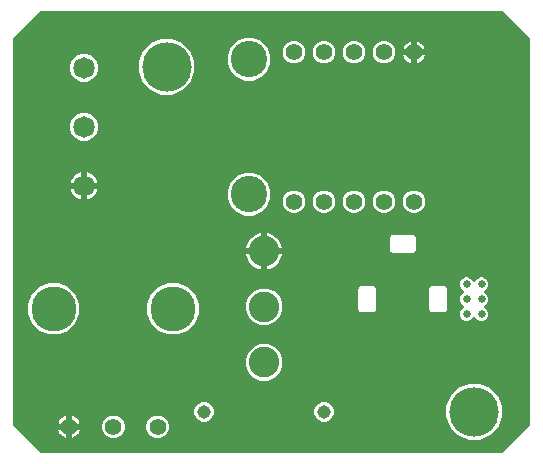
<source format=gbr>
G04 EAGLE Gerber RS-274X export*
G75*
%MOMM*%
%FSLAX34Y34*%
%LPD*%
%INCopper Layer 15*%
%IPPOS*%
%AMOC8*
5,1,8,0,0,1.08239X$1,22.5*%
G01*
%ADD10C,1.400000*%
%ADD11C,3.080000*%
%ADD12C,3.816000*%
%ADD13C,2.590000*%
%ADD14C,1.820000*%
%ADD15C,4.191000*%
%ADD16C,1.137919*%
%ADD17C,0.654800*%

G36*
X417304Y3315D02*
X417304Y3315D01*
X417403Y3318D01*
X417462Y3335D01*
X417522Y3343D01*
X417614Y3379D01*
X417709Y3407D01*
X417761Y3437D01*
X417817Y3460D01*
X417897Y3518D01*
X417983Y3568D01*
X418058Y3634D01*
X418075Y3646D01*
X418083Y3656D01*
X418104Y3674D01*
X440826Y26396D01*
X440886Y26475D01*
X440954Y26547D01*
X440983Y26600D01*
X441020Y26648D01*
X441060Y26739D01*
X441108Y26825D01*
X441123Y26884D01*
X441147Y26939D01*
X441162Y27037D01*
X441187Y27133D01*
X441193Y27233D01*
X441197Y27254D01*
X441195Y27266D01*
X441197Y27294D01*
X441197Y353706D01*
X441185Y353804D01*
X441182Y353903D01*
X441165Y353962D01*
X441157Y354022D01*
X441121Y354114D01*
X441093Y354209D01*
X441063Y354261D01*
X441040Y354317D01*
X440982Y354397D01*
X440932Y354483D01*
X440866Y354558D01*
X440854Y354575D01*
X440844Y354583D01*
X440826Y354604D01*
X418104Y377326D01*
X418025Y377386D01*
X417953Y377454D01*
X417900Y377483D01*
X417852Y377520D01*
X417761Y377560D01*
X417675Y377608D01*
X417616Y377623D01*
X417561Y377647D01*
X417463Y377662D01*
X417367Y377687D01*
X417267Y377693D01*
X417246Y377697D01*
X417234Y377695D01*
X417206Y377697D01*
X27294Y377697D01*
X27196Y377685D01*
X27097Y377682D01*
X27038Y377665D01*
X26978Y377657D01*
X26886Y377621D01*
X26791Y377593D01*
X26739Y377563D01*
X26683Y377540D01*
X26603Y377482D01*
X26517Y377432D01*
X26442Y377366D01*
X26425Y377354D01*
X26417Y377344D01*
X26396Y377326D01*
X3674Y354604D01*
X3614Y354525D01*
X3546Y354453D01*
X3517Y354400D01*
X3480Y354352D01*
X3440Y354261D01*
X3392Y354175D01*
X3377Y354116D01*
X3353Y354061D01*
X3338Y353963D01*
X3313Y353867D01*
X3307Y353767D01*
X3303Y353746D01*
X3305Y353734D01*
X3303Y353706D01*
X3303Y27294D01*
X3315Y27196D01*
X3318Y27097D01*
X3335Y27038D01*
X3343Y26978D01*
X3379Y26886D01*
X3407Y26791D01*
X3437Y26739D01*
X3460Y26683D01*
X3518Y26603D01*
X3568Y26517D01*
X3634Y26442D01*
X3646Y26425D01*
X3656Y26417D01*
X3674Y26396D01*
X26396Y3674D01*
X26475Y3614D01*
X26547Y3546D01*
X26600Y3517D01*
X26648Y3480D01*
X26739Y3440D01*
X26825Y3392D01*
X26884Y3377D01*
X26939Y3353D01*
X27037Y3338D01*
X27133Y3313D01*
X27233Y3307D01*
X27254Y3303D01*
X27266Y3305D01*
X27294Y3303D01*
X417206Y3303D01*
X417304Y3315D01*
G37*
%LPC*%
G36*
X128676Y306704D02*
X128676Y306704D01*
X120041Y310281D01*
X113431Y316891D01*
X109854Y325526D01*
X109854Y334874D01*
X113431Y343509D01*
X120041Y350119D01*
X128676Y353696D01*
X138024Y353696D01*
X146659Y350119D01*
X153269Y343509D01*
X156846Y334874D01*
X156846Y325526D01*
X153269Y316891D01*
X146659Y310281D01*
X138024Y306704D01*
X128676Y306704D01*
G37*
%LPD*%
%LPC*%
G36*
X389026Y14604D02*
X389026Y14604D01*
X380391Y18181D01*
X373781Y24791D01*
X370204Y33426D01*
X370204Y42774D01*
X373781Y51409D01*
X380391Y58019D01*
X389026Y61596D01*
X398374Y61596D01*
X407009Y58019D01*
X413619Y51409D01*
X417196Y42774D01*
X417196Y33426D01*
X413619Y24791D01*
X407009Y18181D01*
X398374Y14604D01*
X389026Y14604D01*
G37*
%LPD*%
%LPC*%
G36*
X134510Y103601D02*
X134510Y103601D01*
X126564Y106893D01*
X120482Y112975D01*
X117190Y120921D01*
X117190Y129523D01*
X120482Y137469D01*
X126564Y143551D01*
X134510Y146843D01*
X143112Y146843D01*
X151058Y143551D01*
X157140Y137469D01*
X160432Y129523D01*
X160432Y120921D01*
X157140Y112975D01*
X151058Y106893D01*
X143112Y103601D01*
X134510Y103601D01*
G37*
%LPD*%
%LPC*%
G36*
X33418Y103601D02*
X33418Y103601D01*
X25472Y106893D01*
X19390Y112975D01*
X16098Y120921D01*
X16098Y129523D01*
X19390Y137469D01*
X25472Y143551D01*
X33418Y146843D01*
X42020Y146843D01*
X49966Y143551D01*
X56048Y137469D01*
X59340Y129523D01*
X59340Y120921D01*
X56048Y112975D01*
X49966Y106893D01*
X42020Y103601D01*
X33418Y103601D01*
G37*
%LPD*%
%LPC*%
G36*
X199631Y318609D02*
X199631Y318609D01*
X193037Y321341D01*
X187991Y326387D01*
X185259Y332981D01*
X185259Y340119D01*
X187991Y346713D01*
X193037Y351759D01*
X199631Y354491D01*
X206769Y354491D01*
X213363Y351759D01*
X218409Y346713D01*
X221141Y340119D01*
X221141Y332981D01*
X218409Y326387D01*
X213363Y321341D01*
X206769Y318609D01*
X199631Y318609D01*
G37*
%LPD*%
%LPC*%
G36*
X199631Y204309D02*
X199631Y204309D01*
X193037Y207041D01*
X187991Y212087D01*
X185259Y218681D01*
X185259Y225819D01*
X187991Y232413D01*
X193037Y237459D01*
X199631Y240191D01*
X206769Y240191D01*
X213363Y237459D01*
X218409Y232413D01*
X221141Y225819D01*
X221141Y218681D01*
X218409Y212087D01*
X213363Y207041D01*
X206769Y204309D01*
X199631Y204309D01*
G37*
%LPD*%
%LPC*%
G36*
X386193Y114835D02*
X386193Y114835D01*
X384056Y115720D01*
X382420Y117356D01*
X381535Y119493D01*
X381535Y121807D01*
X382420Y123944D01*
X384056Y125579D01*
X384655Y125827D01*
X384775Y125896D01*
X384898Y125961D01*
X384913Y125975D01*
X384931Y125985D01*
X385031Y126081D01*
X385134Y126175D01*
X385145Y126192D01*
X385159Y126206D01*
X385232Y126325D01*
X385308Y126441D01*
X385315Y126460D01*
X385326Y126477D01*
X385366Y126610D01*
X385412Y126742D01*
X385413Y126762D01*
X385419Y126781D01*
X385426Y126920D01*
X385437Y127059D01*
X385433Y127079D01*
X385434Y127099D01*
X385406Y127235D01*
X385382Y127372D01*
X385374Y127391D01*
X385370Y127410D01*
X385309Y127535D01*
X385252Y127662D01*
X385239Y127678D01*
X385230Y127696D01*
X385140Y127802D01*
X385053Y127910D01*
X385037Y127923D01*
X385024Y127938D01*
X384910Y128018D01*
X384799Y128102D01*
X384774Y128114D01*
X384764Y128121D01*
X384745Y128128D01*
X384655Y128173D01*
X384056Y128420D01*
X382420Y130056D01*
X381535Y132193D01*
X381535Y134507D01*
X382420Y136644D01*
X384056Y138279D01*
X384655Y138527D01*
X384775Y138596D01*
X384898Y138661D01*
X384913Y138675D01*
X384931Y138685D01*
X385031Y138781D01*
X385134Y138875D01*
X385145Y138892D01*
X385159Y138906D01*
X385232Y139025D01*
X385308Y139141D01*
X385315Y139160D01*
X385326Y139177D01*
X385366Y139310D01*
X385412Y139442D01*
X385413Y139462D01*
X385419Y139481D01*
X385426Y139620D01*
X385437Y139759D01*
X385433Y139779D01*
X385434Y139799D01*
X385406Y139935D01*
X385382Y140072D01*
X385374Y140091D01*
X385370Y140110D01*
X385309Y140235D01*
X385252Y140362D01*
X385239Y140378D01*
X385230Y140396D01*
X385140Y140502D01*
X385053Y140610D01*
X385037Y140623D01*
X385024Y140638D01*
X384910Y140718D01*
X384799Y140802D01*
X384774Y140814D01*
X384764Y140821D01*
X384745Y140828D01*
X384655Y140873D01*
X384056Y141120D01*
X382420Y142756D01*
X381535Y144893D01*
X381535Y147207D01*
X382420Y149344D01*
X384056Y150980D01*
X386193Y151865D01*
X388507Y151865D01*
X390644Y150980D01*
X392279Y149344D01*
X392527Y148745D01*
X392535Y148733D01*
X392536Y148727D01*
X392550Y148705D01*
X392596Y148625D01*
X392661Y148502D01*
X392675Y148487D01*
X392685Y148469D01*
X392781Y148369D01*
X392875Y148266D01*
X392892Y148255D01*
X392906Y148241D01*
X393025Y148168D01*
X393141Y148092D01*
X393160Y148085D01*
X393177Y148074D01*
X393310Y148034D01*
X393442Y147988D01*
X393462Y147987D01*
X393481Y147981D01*
X393620Y147974D01*
X393759Y147963D01*
X393779Y147967D01*
X393799Y147966D01*
X393935Y147994D01*
X394072Y148018D01*
X394091Y148026D01*
X394110Y148030D01*
X394235Y148091D01*
X394362Y148148D01*
X394378Y148161D01*
X394396Y148170D01*
X394502Y148260D01*
X394610Y148347D01*
X394623Y148363D01*
X394638Y148376D01*
X394718Y148490D01*
X394802Y148601D01*
X394814Y148626D01*
X394821Y148636D01*
X394828Y148655D01*
X394873Y148745D01*
X395120Y149344D01*
X396756Y150980D01*
X398893Y151865D01*
X401207Y151865D01*
X403344Y150980D01*
X404980Y149344D01*
X405865Y147207D01*
X405865Y144893D01*
X404980Y142756D01*
X403344Y141120D01*
X402745Y140873D01*
X402625Y140804D01*
X402502Y140739D01*
X402487Y140725D01*
X402469Y140715D01*
X402369Y140618D01*
X402266Y140525D01*
X402255Y140508D01*
X402241Y140494D01*
X402168Y140375D01*
X402092Y140259D01*
X402085Y140240D01*
X402074Y140223D01*
X402034Y140090D01*
X401988Y139958D01*
X401987Y139938D01*
X401981Y139919D01*
X401974Y139780D01*
X401963Y139641D01*
X401967Y139621D01*
X401966Y139601D01*
X401994Y139465D01*
X402018Y139328D01*
X402026Y139309D01*
X402030Y139290D01*
X402091Y139165D01*
X402148Y139038D01*
X402161Y139022D01*
X402170Y139004D01*
X402260Y138898D01*
X402347Y138790D01*
X402363Y138777D01*
X402376Y138762D01*
X402490Y138682D01*
X402601Y138598D01*
X402626Y138586D01*
X402636Y138579D01*
X402655Y138572D01*
X402745Y138527D01*
X403344Y138279D01*
X404980Y136644D01*
X405865Y134507D01*
X405865Y132193D01*
X404980Y130056D01*
X403344Y128420D01*
X402745Y128173D01*
X402625Y128104D01*
X402502Y128039D01*
X402487Y128025D01*
X402469Y128015D01*
X402369Y127918D01*
X402266Y127825D01*
X402255Y127808D01*
X402241Y127794D01*
X402168Y127675D01*
X402092Y127559D01*
X402085Y127540D01*
X402074Y127523D01*
X402034Y127390D01*
X401988Y127258D01*
X401987Y127238D01*
X401981Y127219D01*
X401974Y127080D01*
X401963Y126941D01*
X401967Y126921D01*
X401966Y126901D01*
X401994Y126765D01*
X402018Y126628D01*
X402026Y126609D01*
X402030Y126590D01*
X402091Y126465D01*
X402148Y126338D01*
X402161Y126322D01*
X402170Y126304D01*
X402260Y126198D01*
X402347Y126090D01*
X402363Y126077D01*
X402376Y126062D01*
X402490Y125982D01*
X402601Y125898D01*
X402626Y125886D01*
X402636Y125879D01*
X402655Y125872D01*
X402745Y125827D01*
X403344Y125579D01*
X404980Y123944D01*
X405865Y121807D01*
X405865Y119493D01*
X404980Y117356D01*
X403344Y115720D01*
X401207Y114835D01*
X398893Y114835D01*
X396756Y115720D01*
X395121Y117356D01*
X394873Y117955D01*
X394804Y118075D01*
X394739Y118198D01*
X394725Y118213D01*
X394715Y118231D01*
X394619Y118331D01*
X394525Y118434D01*
X394508Y118445D01*
X394494Y118459D01*
X394375Y118532D01*
X394259Y118608D01*
X394240Y118615D01*
X394223Y118626D01*
X394090Y118666D01*
X393958Y118712D01*
X393938Y118713D01*
X393919Y118719D01*
X393780Y118726D01*
X393641Y118737D01*
X393621Y118733D01*
X393601Y118734D01*
X393465Y118706D01*
X393328Y118682D01*
X393309Y118674D01*
X393290Y118670D01*
X393165Y118609D01*
X393038Y118552D01*
X393022Y118539D01*
X393004Y118530D01*
X392898Y118440D01*
X392790Y118353D01*
X392777Y118337D01*
X392762Y118324D01*
X392682Y118210D01*
X392598Y118099D01*
X392586Y118074D01*
X392579Y118064D01*
X392572Y118045D01*
X392527Y117955D01*
X392280Y117356D01*
X390644Y115720D01*
X388507Y114835D01*
X386193Y114835D01*
G37*
%LPD*%
%LPC*%
G36*
X212819Y64509D02*
X212819Y64509D01*
X207125Y66868D01*
X202768Y71225D01*
X200409Y76919D01*
X200409Y83081D01*
X202768Y88775D01*
X207125Y93132D01*
X212819Y95491D01*
X218981Y95491D01*
X224675Y93132D01*
X229032Y88775D01*
X231391Y83081D01*
X231391Y76919D01*
X229032Y71225D01*
X224675Y66868D01*
X218981Y64509D01*
X212819Y64509D01*
G37*
%LPD*%
%LPC*%
G36*
X212819Y111509D02*
X212819Y111509D01*
X207125Y113868D01*
X202768Y118225D01*
X200409Y123919D01*
X200409Y130081D01*
X202768Y135775D01*
X207125Y140132D01*
X212819Y142491D01*
X218981Y142491D01*
X224675Y140132D01*
X229032Y135775D01*
X231391Y130081D01*
X231391Y123919D01*
X229032Y118225D01*
X224675Y113868D01*
X218981Y111509D01*
X212819Y111509D01*
G37*
%LPD*%
%LPC*%
G36*
X61184Y317759D02*
X61184Y317759D01*
X56906Y319531D01*
X53631Y322806D01*
X51859Y327084D01*
X51859Y331716D01*
X53631Y335994D01*
X56906Y339269D01*
X61184Y341041D01*
X65816Y341041D01*
X70094Y339269D01*
X73369Y335994D01*
X75141Y331716D01*
X75141Y327084D01*
X73369Y322806D01*
X70094Y319531D01*
X65816Y317759D01*
X61184Y317759D01*
G37*
%LPD*%
%LPC*%
G36*
X61184Y267759D02*
X61184Y267759D01*
X56906Y269531D01*
X53631Y272806D01*
X51859Y277084D01*
X51859Y281716D01*
X53631Y285994D01*
X56906Y289269D01*
X61184Y291041D01*
X65816Y291041D01*
X70094Y289269D01*
X73369Y285994D01*
X75141Y281716D01*
X75141Y277084D01*
X73369Y272806D01*
X70094Y269531D01*
X65816Y267759D01*
X61184Y267759D01*
G37*
%LPD*%
%LPC*%
G36*
X357727Y122259D02*
X357727Y122259D01*
X357599Y122387D01*
X357599Y122388D01*
X357511Y122476D01*
X357443Y122528D01*
X357382Y122588D01*
X357268Y122664D01*
X357259Y122671D01*
X357255Y122672D01*
X357248Y122677D01*
X356537Y123087D01*
X356127Y123798D01*
X356076Y123866D01*
X356032Y123940D01*
X355942Y124042D01*
X355935Y124051D01*
X355932Y124054D01*
X355926Y124060D01*
X355709Y124277D01*
X355709Y142423D01*
X355837Y142551D01*
X355838Y142551D01*
X355926Y142639D01*
X355978Y142707D01*
X356038Y142768D01*
X356114Y142882D01*
X356121Y142891D01*
X356122Y142895D01*
X356127Y142902D01*
X356537Y143613D01*
X357248Y144023D01*
X357316Y144074D01*
X357390Y144118D01*
X357492Y144208D01*
X357501Y144215D01*
X357504Y144218D01*
X357510Y144224D01*
X357727Y144441D01*
X368873Y144441D01*
X369001Y144312D01*
X369089Y144224D01*
X369157Y144172D01*
X369218Y144112D01*
X369332Y144036D01*
X369341Y144029D01*
X369345Y144028D01*
X369352Y144023D01*
X370063Y143613D01*
X370473Y142902D01*
X370524Y142834D01*
X370568Y142760D01*
X370658Y142658D01*
X370665Y142649D01*
X370668Y142646D01*
X370674Y142640D01*
X370891Y142423D01*
X370891Y124277D01*
X370674Y124060D01*
X370622Y123993D01*
X370562Y123932D01*
X370486Y123818D01*
X370479Y123809D01*
X370478Y123805D01*
X370473Y123798D01*
X370063Y123087D01*
X369352Y122677D01*
X369284Y122626D01*
X369210Y122582D01*
X369108Y122492D01*
X369099Y122485D01*
X369096Y122482D01*
X369090Y122476D01*
X369002Y122388D01*
X369001Y122387D01*
X368873Y122259D01*
X357727Y122259D01*
G37*
%LPD*%
%LPC*%
G36*
X297727Y122259D02*
X297727Y122259D01*
X297599Y122387D01*
X297511Y122476D01*
X297443Y122528D01*
X297382Y122588D01*
X297268Y122664D01*
X297259Y122671D01*
X297255Y122672D01*
X297248Y122677D01*
X296537Y123087D01*
X296127Y123798D01*
X296076Y123866D01*
X296032Y123940D01*
X295942Y124042D01*
X295935Y124051D01*
X295932Y124054D01*
X295926Y124060D01*
X295709Y124277D01*
X295709Y142423D01*
X295926Y142640D01*
X295978Y142707D01*
X296038Y142768D01*
X296114Y142882D01*
X296121Y142891D01*
X296122Y142895D01*
X296127Y142902D01*
X296537Y143613D01*
X297248Y144023D01*
X297316Y144074D01*
X297390Y144118D01*
X297492Y144208D01*
X297501Y144215D01*
X297504Y144218D01*
X297510Y144224D01*
X297727Y144441D01*
X308873Y144441D01*
X309090Y144224D01*
X309157Y144172D01*
X309218Y144112D01*
X309332Y144036D01*
X309341Y144029D01*
X309345Y144028D01*
X309352Y144023D01*
X310063Y143613D01*
X310473Y142902D01*
X310524Y142834D01*
X310568Y142760D01*
X310658Y142658D01*
X310665Y142649D01*
X310668Y142646D01*
X310674Y142639D01*
X310762Y142552D01*
X310763Y142551D01*
X310891Y142423D01*
X310891Y124277D01*
X310763Y124149D01*
X310762Y124149D01*
X310674Y124061D01*
X310622Y123993D01*
X310562Y123932D01*
X310486Y123818D01*
X310479Y123809D01*
X310478Y123805D01*
X310473Y123798D01*
X310063Y123087D01*
X309352Y122677D01*
X309284Y122626D01*
X309210Y122582D01*
X309108Y122492D01*
X309099Y122485D01*
X309096Y122482D01*
X309090Y122476D01*
X308873Y122259D01*
X297727Y122259D01*
G37*
%LPD*%
%LPC*%
G36*
X324227Y172759D02*
X324227Y172759D01*
X324010Y172976D01*
X323943Y173028D01*
X323882Y173088D01*
X323768Y173164D01*
X323759Y173171D01*
X323755Y173172D01*
X323748Y173177D01*
X323037Y173587D01*
X322627Y174298D01*
X322576Y174366D01*
X322532Y174440D01*
X322442Y174542D01*
X322435Y174551D01*
X322432Y174554D01*
X322426Y174561D01*
X322338Y174648D01*
X322337Y174649D01*
X322209Y174777D01*
X322209Y185923D01*
X322337Y186051D01*
X322338Y186051D01*
X322426Y186139D01*
X322478Y186207D01*
X322538Y186268D01*
X322614Y186382D01*
X322621Y186391D01*
X322622Y186395D01*
X322627Y186402D01*
X323037Y187113D01*
X323748Y187523D01*
X323816Y187574D01*
X323890Y187618D01*
X323992Y187708D01*
X324001Y187715D01*
X324004Y187718D01*
X324010Y187724D01*
X324227Y187941D01*
X342373Y187941D01*
X342501Y187813D01*
X342501Y187812D01*
X342589Y187724D01*
X342657Y187672D01*
X342718Y187612D01*
X342753Y187589D01*
X342755Y187587D01*
X342758Y187585D01*
X342832Y187536D01*
X342841Y187529D01*
X342845Y187528D01*
X342852Y187523D01*
X343563Y187113D01*
X343973Y186402D01*
X344024Y186334D01*
X344068Y186260D01*
X344158Y186158D01*
X344165Y186149D01*
X344168Y186146D01*
X344174Y186140D01*
X344391Y185923D01*
X344391Y174777D01*
X344263Y174649D01*
X344262Y174649D01*
X344174Y174561D01*
X344122Y174493D01*
X344062Y174432D01*
X343986Y174318D01*
X343979Y174309D01*
X343978Y174305D01*
X343973Y174298D01*
X343563Y173587D01*
X342852Y173177D01*
X342784Y173126D01*
X342710Y173082D01*
X342608Y172992D01*
X342599Y172985D01*
X342596Y172982D01*
X342590Y172976D01*
X342373Y172759D01*
X324227Y172759D01*
G37*
%LPD*%
%LPC*%
G36*
X290202Y333105D02*
X290202Y333105D01*
X286696Y334558D01*
X284012Y337242D01*
X282559Y340748D01*
X282559Y344544D01*
X284012Y348050D01*
X286696Y350734D01*
X290202Y352187D01*
X293998Y352187D01*
X297504Y350734D01*
X300188Y348050D01*
X301641Y344544D01*
X301641Y340748D01*
X300188Y337242D01*
X297504Y334558D01*
X293998Y333105D01*
X290202Y333105D01*
G37*
%LPD*%
%LPC*%
G36*
X264802Y333105D02*
X264802Y333105D01*
X261296Y334558D01*
X258612Y337242D01*
X257159Y340748D01*
X257159Y344544D01*
X258612Y348050D01*
X261296Y350734D01*
X264802Y352187D01*
X268598Y352187D01*
X272104Y350734D01*
X274788Y348050D01*
X276241Y344544D01*
X276241Y340748D01*
X274788Y337242D01*
X272104Y334558D01*
X268598Y333105D01*
X264802Y333105D01*
G37*
%LPD*%
%LPC*%
G36*
X239402Y333105D02*
X239402Y333105D01*
X235896Y334558D01*
X233212Y337242D01*
X231759Y340748D01*
X231759Y344544D01*
X233212Y348050D01*
X235896Y350734D01*
X239402Y352187D01*
X243198Y352187D01*
X246704Y350734D01*
X249388Y348050D01*
X250841Y344544D01*
X250841Y340748D01*
X249388Y337242D01*
X246704Y334558D01*
X243198Y333105D01*
X239402Y333105D01*
G37*
%LPD*%
%LPC*%
G36*
X290202Y206359D02*
X290202Y206359D01*
X286696Y207812D01*
X284012Y210496D01*
X282559Y214002D01*
X282559Y217798D01*
X284012Y221304D01*
X286696Y223988D01*
X290202Y225441D01*
X293998Y225441D01*
X297504Y223988D01*
X300188Y221304D01*
X301641Y217798D01*
X301641Y214002D01*
X300188Y210496D01*
X297504Y207812D01*
X293998Y206359D01*
X290202Y206359D01*
G37*
%LPD*%
%LPC*%
G36*
X264802Y206359D02*
X264802Y206359D01*
X261296Y207812D01*
X258612Y210496D01*
X257159Y214002D01*
X257159Y217798D01*
X258612Y221304D01*
X261296Y223988D01*
X264802Y225441D01*
X268598Y225441D01*
X272104Y223988D01*
X274788Y221304D01*
X276241Y217798D01*
X276241Y214002D01*
X274788Y210496D01*
X272104Y207812D01*
X268598Y206359D01*
X264802Y206359D01*
G37*
%LPD*%
%LPC*%
G36*
X239402Y206359D02*
X239402Y206359D01*
X235896Y207812D01*
X233212Y210496D01*
X231759Y214002D01*
X231759Y217798D01*
X233212Y221304D01*
X235896Y223988D01*
X239402Y225441D01*
X243198Y225441D01*
X246704Y223988D01*
X249388Y221304D01*
X250841Y217798D01*
X250841Y214002D01*
X249388Y210496D01*
X246704Y207812D01*
X243198Y206359D01*
X239402Y206359D01*
G37*
%LPD*%
%LPC*%
G36*
X341002Y206359D02*
X341002Y206359D01*
X337496Y207812D01*
X334812Y210496D01*
X333359Y214002D01*
X333359Y217798D01*
X334812Y221304D01*
X337496Y223988D01*
X341002Y225441D01*
X344798Y225441D01*
X348304Y223988D01*
X350988Y221304D01*
X352441Y217798D01*
X352441Y214002D01*
X350988Y210496D01*
X348304Y207812D01*
X344798Y206359D01*
X341002Y206359D01*
G37*
%LPD*%
%LPC*%
G36*
X315602Y206359D02*
X315602Y206359D01*
X312096Y207812D01*
X309412Y210496D01*
X307959Y214002D01*
X307959Y217798D01*
X309412Y221304D01*
X312096Y223988D01*
X315602Y225441D01*
X319398Y225441D01*
X322904Y223988D01*
X325588Y221304D01*
X327041Y217798D01*
X327041Y214002D01*
X325588Y210496D01*
X322904Y207812D01*
X319398Y206359D01*
X315602Y206359D01*
G37*
%LPD*%
%LPC*%
G36*
X123832Y15859D02*
X123832Y15859D01*
X120326Y17312D01*
X117642Y19996D01*
X116189Y23502D01*
X116189Y27298D01*
X117642Y30804D01*
X120326Y33488D01*
X123832Y34941D01*
X127628Y34941D01*
X131134Y33488D01*
X133818Y30804D01*
X135271Y27298D01*
X135271Y23502D01*
X133818Y19996D01*
X131134Y17312D01*
X127628Y15859D01*
X123832Y15859D01*
G37*
%LPD*%
%LPC*%
G36*
X315602Y333105D02*
X315602Y333105D01*
X312096Y334558D01*
X309412Y337242D01*
X307959Y340748D01*
X307959Y344544D01*
X309412Y348050D01*
X312096Y350734D01*
X315602Y352187D01*
X319398Y352187D01*
X322904Y350734D01*
X325588Y348050D01*
X327041Y344544D01*
X327041Y340748D01*
X325588Y337242D01*
X322904Y334558D01*
X319398Y333105D01*
X315602Y333105D01*
G37*
%LPD*%
%LPC*%
G36*
X86367Y15859D02*
X86367Y15859D01*
X82861Y17312D01*
X80177Y19996D01*
X78724Y23502D01*
X78724Y27298D01*
X80177Y30804D01*
X82861Y33488D01*
X86367Y34941D01*
X90163Y34941D01*
X93669Y33488D01*
X96353Y30804D01*
X97806Y27298D01*
X97806Y23502D01*
X96353Y19996D01*
X93669Y17312D01*
X90163Y15859D01*
X86367Y15859D01*
G37*
%LPD*%
%LPC*%
G36*
X265063Y29870D02*
X265063Y29870D01*
X262038Y31123D01*
X259723Y33438D01*
X258470Y36463D01*
X258470Y39737D01*
X259723Y42762D01*
X262038Y45077D01*
X265063Y46330D01*
X268337Y46330D01*
X271362Y45077D01*
X273677Y42762D01*
X274930Y39737D01*
X274930Y36463D01*
X273677Y33438D01*
X271362Y31123D01*
X268337Y29870D01*
X265063Y29870D01*
G37*
%LPD*%
%LPC*%
G36*
X163463Y29870D02*
X163463Y29870D01*
X160438Y31123D01*
X158123Y33438D01*
X156870Y36463D01*
X156870Y39737D01*
X158123Y42762D01*
X160438Y45077D01*
X163463Y46330D01*
X166737Y46330D01*
X169762Y45077D01*
X172077Y42762D01*
X173330Y39737D01*
X173330Y36463D01*
X172077Y33438D01*
X169762Y31123D01*
X166737Y29870D01*
X163463Y29870D01*
G37*
%LPD*%
%LPC*%
G36*
X218439Y176539D02*
X218439Y176539D01*
X218439Y189290D01*
X218929Y189226D01*
X220890Y188700D01*
X222766Y187923D01*
X224524Y186908D01*
X226136Y185671D01*
X227571Y184236D01*
X228808Y182624D01*
X229823Y180866D01*
X230600Y178990D01*
X231126Y177029D01*
X231190Y176539D01*
X218439Y176539D01*
G37*
%LPD*%
%LPC*%
G36*
X200610Y176539D02*
X200610Y176539D01*
X200674Y177028D01*
X201200Y178990D01*
X201977Y180866D01*
X202992Y182624D01*
X204229Y184236D01*
X205664Y185671D01*
X207276Y186908D01*
X209034Y187923D01*
X210910Y188700D01*
X212871Y189226D01*
X213361Y189290D01*
X213361Y176539D01*
X200610Y176539D01*
G37*
%LPD*%
%LPC*%
G36*
X218439Y171461D02*
X218439Y171461D01*
X231190Y171461D01*
X231126Y170971D01*
X230600Y169010D01*
X229823Y167134D01*
X228808Y165376D01*
X227571Y163764D01*
X226136Y162329D01*
X224524Y161092D01*
X222766Y160077D01*
X220890Y159300D01*
X218928Y158774D01*
X218439Y158710D01*
X218439Y171461D01*
G37*
%LPD*%
%LPC*%
G36*
X212872Y158774D02*
X212872Y158774D01*
X210910Y159300D01*
X209034Y160077D01*
X207276Y161092D01*
X205664Y162329D01*
X204229Y163764D01*
X202992Y165376D01*
X201977Y167134D01*
X201200Y169010D01*
X200674Y170972D01*
X200610Y171461D01*
X213361Y171461D01*
X213361Y158710D01*
X212872Y158774D01*
G37*
%LPD*%
%LPC*%
G36*
X66039Y231939D02*
X66039Y231939D01*
X66039Y240784D01*
X66226Y240754D01*
X67969Y240188D01*
X69601Y239356D01*
X71083Y238279D01*
X72379Y236983D01*
X73456Y235501D01*
X74288Y233869D01*
X74854Y232126D01*
X74884Y231939D01*
X66039Y231939D01*
G37*
%LPD*%
%LPC*%
G36*
X66039Y226861D02*
X66039Y226861D01*
X74884Y226861D01*
X74854Y226674D01*
X74288Y224931D01*
X73456Y223299D01*
X72379Y221817D01*
X71083Y220521D01*
X69601Y219444D01*
X67969Y218612D01*
X66226Y218046D01*
X66039Y218016D01*
X66039Y226861D01*
G37*
%LPD*%
%LPC*%
G36*
X52116Y231939D02*
X52116Y231939D01*
X52146Y232126D01*
X52712Y233869D01*
X53544Y235501D01*
X54621Y236983D01*
X55917Y238279D01*
X57399Y239356D01*
X59031Y240188D01*
X60774Y240754D01*
X60961Y240784D01*
X60961Y231939D01*
X52116Y231939D01*
G37*
%LPD*%
%LPC*%
G36*
X60774Y218046D02*
X60774Y218046D01*
X59031Y218612D01*
X57399Y219444D01*
X55917Y220521D01*
X54621Y221817D01*
X53544Y223299D01*
X52712Y224931D01*
X52146Y226674D01*
X52116Y226861D01*
X60961Y226861D01*
X60961Y218016D01*
X60774Y218046D01*
G37*
%LPD*%
%LPC*%
G36*
X345399Y345145D02*
X345399Y345145D01*
X345399Y351866D01*
X346562Y351488D01*
X347901Y350806D01*
X349115Y349923D01*
X350177Y348861D01*
X351060Y347647D01*
X351742Y346308D01*
X352120Y345145D01*
X345399Y345145D01*
G37*
%LPD*%
%LPC*%
G36*
X53299Y27899D02*
X53299Y27899D01*
X53299Y34620D01*
X54462Y34242D01*
X55801Y33560D01*
X57015Y32677D01*
X58077Y31615D01*
X58960Y30401D01*
X59642Y29062D01*
X60020Y27899D01*
X53299Y27899D01*
G37*
%LPD*%
%LPC*%
G36*
X345399Y340147D02*
X345399Y340147D01*
X352120Y340147D01*
X351742Y338984D01*
X351060Y337645D01*
X350177Y336431D01*
X349115Y335369D01*
X347901Y334486D01*
X346562Y333804D01*
X345399Y333426D01*
X345399Y340147D01*
G37*
%LPD*%
%LPC*%
G36*
X333680Y345145D02*
X333680Y345145D01*
X334058Y346308D01*
X334740Y347647D01*
X335623Y348861D01*
X336685Y349923D01*
X337899Y350806D01*
X339238Y351488D01*
X340401Y351866D01*
X340401Y345145D01*
X333680Y345145D01*
G37*
%LPD*%
%LPC*%
G36*
X41580Y27899D02*
X41580Y27899D01*
X41958Y29062D01*
X42640Y30401D01*
X43523Y31615D01*
X44585Y32677D01*
X45799Y33560D01*
X47138Y34242D01*
X48301Y34620D01*
X48301Y27899D01*
X41580Y27899D01*
G37*
%LPD*%
%LPC*%
G36*
X53299Y22901D02*
X53299Y22901D01*
X60020Y22901D01*
X59642Y21738D01*
X58960Y20399D01*
X58077Y19185D01*
X57015Y18123D01*
X55801Y17240D01*
X54462Y16558D01*
X53299Y16180D01*
X53299Y22901D01*
G37*
%LPD*%
%LPC*%
G36*
X339238Y333804D02*
X339238Y333804D01*
X337899Y334486D01*
X336685Y335369D01*
X335623Y336431D01*
X334740Y337645D01*
X334058Y338984D01*
X333680Y340147D01*
X340401Y340147D01*
X340401Y333426D01*
X339238Y333804D01*
G37*
%LPD*%
%LPC*%
G36*
X47138Y16558D02*
X47138Y16558D01*
X45799Y17240D01*
X44585Y18123D01*
X43523Y19185D01*
X42640Y20399D01*
X41958Y21738D01*
X41580Y22901D01*
X48301Y22901D01*
X48301Y16180D01*
X47138Y16558D01*
G37*
%LPD*%
%LPC*%
G36*
X215899Y173999D02*
X215899Y173999D01*
X215899Y174001D01*
X215901Y174001D01*
X215901Y173999D01*
X215899Y173999D01*
G37*
%LPD*%
%LPC*%
G36*
X63499Y229399D02*
X63499Y229399D01*
X63499Y229401D01*
X63501Y229401D01*
X63501Y229399D01*
X63499Y229399D01*
G37*
%LPD*%
D10*
X342900Y342646D03*
X317500Y342646D03*
X292100Y342646D03*
X266700Y342646D03*
X241300Y342646D03*
X241300Y215900D03*
X266700Y215900D03*
X292100Y215900D03*
X317500Y215900D03*
X342900Y215900D03*
D11*
X203200Y336550D03*
X203200Y222250D03*
D10*
X50800Y25400D03*
X125730Y25400D03*
X88265Y25400D03*
D12*
X138811Y125222D03*
X37719Y125222D03*
D13*
X215900Y174000D03*
X215900Y127000D03*
X215900Y80000D03*
D14*
X63500Y229400D03*
X63500Y279400D03*
X63500Y329400D03*
D15*
X133350Y330200D03*
X393700Y38100D03*
D16*
X165100Y38100D03*
X266700Y38100D03*
D17*
X400050Y120650D03*
X387350Y120650D03*
X387350Y133350D03*
X387350Y146050D03*
X400050Y133350D03*
X400050Y146050D03*
X298450Y101600D03*
X311150Y101600D03*
X323850Y101600D03*
X323850Y88900D03*
X311150Y88900D03*
X298450Y88900D03*
X298450Y76200D03*
X311150Y76200D03*
X323850Y76200D03*
M02*

</source>
